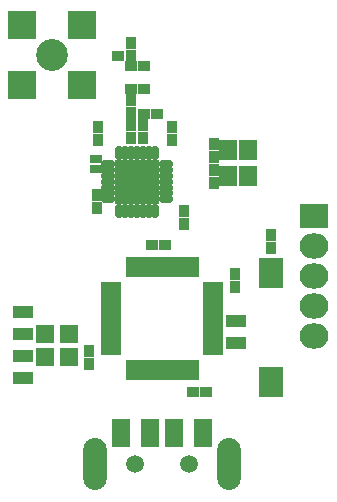
<source format=gts>
G04 #@! TF.GenerationSoftware,KiCad,Pcbnew,(2017-05-16 revision e79f97860)-master*
G04 #@! TF.CreationDate,2017-05-17T23:36:55+07:00*
G04 #@! TF.ProjectId,dongle,646F6E676C652E6B696361645F706362,rev?*
G04 #@! TF.FileFunction,Soldermask,Top*
G04 #@! TF.FilePolarity,Negative*
%FSLAX46Y46*%
G04 Gerber Fmt 4.6, Leading zero omitted, Abs format (unit mm)*
G04 Created by KiCad (PCBNEW (2017-05-16 revision e79f97860)-master) date Wed May 17 23:36:55 2017*
%MOMM*%
%LPD*%
G01*
G04 APERTURE LIST*
%ADD10C,0.100000*%
%ADD11C,1.500000*%
%ADD12R,1.600000X2.400000*%
%ADD13O,2.000000X4.400000*%
%ADD14R,0.650000X1.700000*%
%ADD15R,1.700000X0.650000*%
%ADD16R,1.700000X1.100000*%
%ADD17R,1.000000X0.900000*%
%ADD18R,0.900000X1.000000*%
%ADD19R,1.598880X1.598880*%
%ADD20R,2.432000X2.127200*%
%ADD21O,2.432000X2.127200*%
%ADD22R,2.400000X2.400000*%
%ADD23C,2.700000*%
%ADD24R,1.000000X0.800000*%
%ADD25O,0.700000X1.250000*%
%ADD26O,1.250000X0.700000*%
%ADD27R,2.075000X2.075000*%
%ADD28R,1.600000X1.800000*%
%ADD29R,0.900000X0.900000*%
%ADD30R,2.000000X2.580000*%
G04 APERTURE END LIST*
D10*
D11*
X100250000Y-114300000D03*
X95750000Y-114300000D03*
D12*
X101500000Y-111700000D03*
X94500000Y-111700000D03*
X99000000Y-111700000D03*
X97000000Y-111700000D03*
D13*
X103700000Y-114300000D03*
X92300000Y-114300000D03*
D14*
X100750000Y-97650000D03*
X100250000Y-97650000D03*
X99750000Y-97650000D03*
X99250000Y-97650000D03*
X98750000Y-97650000D03*
X98250000Y-97650000D03*
X97750000Y-97650000D03*
X97250000Y-97650000D03*
X96750000Y-97650000D03*
X96250000Y-97650000D03*
X95750000Y-97650000D03*
X95250000Y-97650000D03*
D15*
X93650000Y-99250000D03*
X93650000Y-99750000D03*
X93650000Y-100250000D03*
X93650000Y-100750000D03*
X93650000Y-101250000D03*
X93650000Y-101750000D03*
X93650000Y-102250000D03*
X93650000Y-102750000D03*
X93650000Y-103250000D03*
X93650000Y-103750000D03*
X93650000Y-104250000D03*
X93650000Y-104750000D03*
D14*
X95250000Y-106350000D03*
X95750000Y-106350000D03*
X96250000Y-106350000D03*
X96750000Y-106350000D03*
X97250000Y-106350000D03*
X97750000Y-106350000D03*
X98250000Y-106350000D03*
X98750000Y-106350000D03*
X99250000Y-106350000D03*
X99750000Y-106350000D03*
X100250000Y-106350000D03*
X100750000Y-106350000D03*
D15*
X102350000Y-104750000D03*
X102350000Y-104250000D03*
X102350000Y-103750000D03*
X102350000Y-103250000D03*
X102350000Y-102750000D03*
X102350000Y-102250000D03*
X102350000Y-101750000D03*
X102350000Y-101250000D03*
X102350000Y-100750000D03*
X102350000Y-100250000D03*
X102350000Y-99750000D03*
X102350000Y-99250000D03*
D16*
X104250000Y-104050000D03*
X104250000Y-102150000D03*
D17*
X97150000Y-95750000D03*
X98250000Y-95750000D03*
D18*
X91800000Y-105800000D03*
X91800000Y-104700000D03*
X104200000Y-98200000D03*
X104200000Y-99300000D03*
D17*
X101700000Y-108200000D03*
X100600000Y-108200000D03*
D18*
X107250000Y-96050000D03*
X107250000Y-94950000D03*
X99850000Y-92850000D03*
X99850000Y-93950000D03*
X98837184Y-86895420D03*
X98837184Y-85795420D03*
X92564654Y-86895367D03*
X92564654Y-85795367D03*
D17*
X96460000Y-84700000D03*
X97560000Y-84700000D03*
D18*
X96400000Y-85590000D03*
X96400000Y-86690000D03*
D17*
X95391547Y-82536600D03*
X96491547Y-82536600D03*
X95365967Y-80631600D03*
X96465967Y-80631600D03*
D18*
X95330000Y-85590000D03*
X95330000Y-86690000D03*
X95330000Y-83460000D03*
X95330000Y-84560000D03*
X102437060Y-87193747D03*
X102437060Y-88293747D03*
X102437060Y-90503727D03*
X102437060Y-89403727D03*
X92531060Y-91511927D03*
X92531060Y-92611927D03*
D19*
X90149020Y-103300000D03*
X88050980Y-103300000D03*
X90149020Y-105200000D03*
X88050980Y-105200000D03*
D20*
X110900000Y-93270000D03*
D21*
X110900000Y-95810000D03*
X110900000Y-98350000D03*
X110900000Y-100890000D03*
X110900000Y-103430000D03*
D22*
X91240000Y-77170000D03*
X86160000Y-77170000D03*
X86160000Y-82250000D03*
X91240000Y-82250000D03*
D23*
X88700000Y-79710000D03*
D16*
X86200000Y-103300000D03*
X86200000Y-101400000D03*
X86200000Y-105150000D03*
X86200000Y-107050000D03*
D24*
X92400000Y-89350000D03*
X92400000Y-88450000D03*
D25*
X94370000Y-92840000D03*
X94870000Y-92840000D03*
X95370000Y-92840000D03*
X95870000Y-92840000D03*
X96370000Y-92840000D03*
X96870000Y-92840000D03*
X97370000Y-92840000D03*
D26*
X98320000Y-91890000D03*
X98320000Y-91390000D03*
X98320000Y-90890000D03*
X98320000Y-90390000D03*
X98320000Y-89890000D03*
X98320000Y-89390000D03*
X98320000Y-88890000D03*
D25*
X97370000Y-87940000D03*
X96870000Y-87940000D03*
X96370000Y-87940000D03*
X95870000Y-87940000D03*
X95370000Y-87940000D03*
X94870000Y-87940000D03*
X94370000Y-87940000D03*
D26*
X93420000Y-88890000D03*
X93420000Y-89390000D03*
X93420000Y-89890000D03*
X93420000Y-90390000D03*
X93420000Y-90890000D03*
X93420000Y-91390000D03*
X93420000Y-91890000D03*
D27*
X96707500Y-89552500D03*
X95032500Y-89552500D03*
X96707500Y-91227500D03*
X95032500Y-91227500D03*
D28*
X103600000Y-87700000D03*
X105300000Y-89900000D03*
X103600000Y-89900000D03*
X105300000Y-87700000D03*
D17*
X94310000Y-79730000D03*
D29*
X95370000Y-79730000D03*
D18*
X95370000Y-79730000D03*
X95370000Y-78630000D03*
D30*
X107250000Y-98160000D03*
X107250000Y-107340000D03*
M02*

</source>
